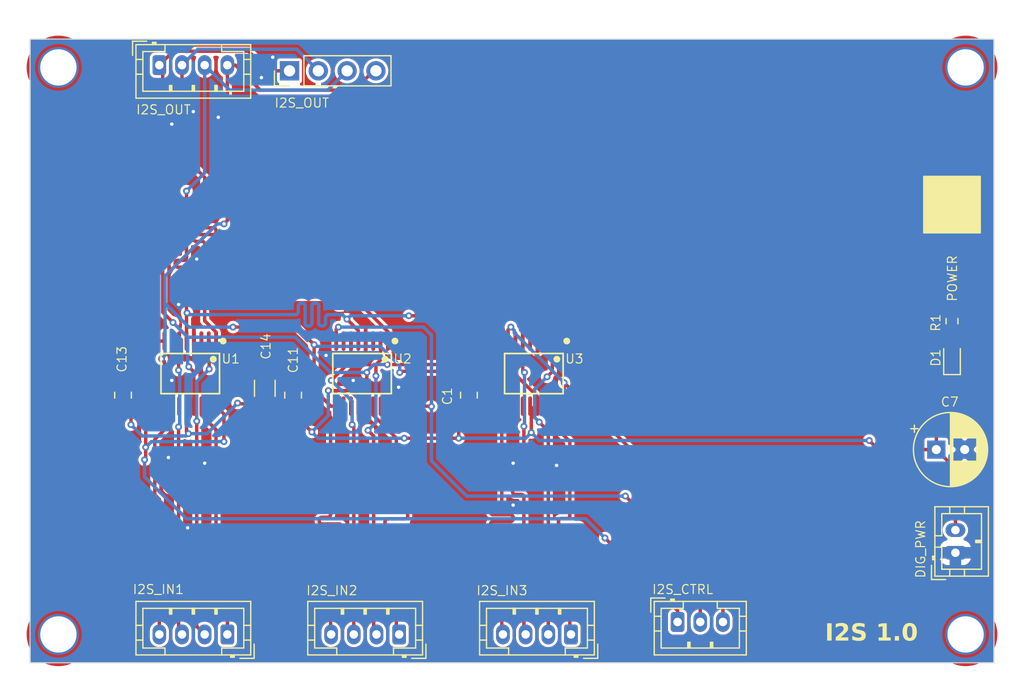
<source format=kicad_pcb>
(kicad_pcb (version 20240108) (generator "pcbnew") (generator_version "8.0")
  (layers (0 "F.Cu" signal) (31 "B.Cu" signal) (34 "B.Paste" user) (35 "F.Paste" user) (36 "B.SilkS" user "B.Silkscreen") (37 "F.SilkS" user "F.Silkscreen") (38 "B.Mask" user) (39 "F.Mask" user) (44 "Edge.Cuts" user))
  (net 0 "")
  (net 1 "GND")
  (net 2 "I2S1_DATA")
  (net 3 "I2S1_LRCLK")
  (net 4 "I2S1_BCLK")
  (net 5 "I2S1_MCLK")
  (net 6 "I2S2_MCLK")
  (net 7 "I2S2_DATA")
  (net 8 "I2S2_BCLK")
  (net 9 "3V3")
  (net 10 "I2S2_LRCLK")
  (net 11 "I2S3_LRCLK")
  (net 12 "I2S3_DATA")
  (net 13 "I2S3_MCLK")
  (net 14 "I2S3_BCLK")
  (net 15 "I2S_DATA_OUT")
  (net 16 "I2S_MCLK_OUT")
  (net 17 "I2S2_LRCLK_OUT")
  (net 18 "I2S_BCLK_OUT")
  (net 31 "CONTROL1")
  (net 32 "CONTROL2")
  (net 33 "CONTROL3")
  (net 34 "Net-(D1-A)")
  (footprint "Capacitor_SMD:C_0805_2012Metric_Pad1.18x1.45mm_HandSolder" (layer "F.Cu") (at 94.6364 92.565 90)
    (property "Reference" "C13")
    (property "Value" "0.1u")
  )
  (footprint "MountingHole:MountingHole_3.2mm_M3_DIN965_Pad_TopOnly" (layer "F.Cu") (at 168.9364 113.665)
    (property "Reference" "H4" (hide yes))
    (property "Value" "MountingHole")
  )
  (footprint "Connector_JST:JST_PH_B3B-PH-K_1x03_P2.00mm_Vertical" (layer "F.Cu") (at 143.5364 112.565)
    (property "Reference" "J5" (hide yes))
    (property "Value" "Conn_01x03_Pin")
  )
  (footprint "easyeda2kicad:TSSOP-16_L5.0-W4.4-P0.65-LS6.4-BL" (layer "F.Cu") (at 130.8639 90.665 180)
    (property "Reference" "U3")
    (property "Value" "TS3A44159PWR")
  )
  (footprint "Connector_PinHeader_2.54mm:PinHeader_1x04_P2.54mm_Vertical" (layer "F.Cu") (at 109.3164 63.965 90)
    (property "Reference" "J3" (hide yes))
    (property "Value" "Conn_01x04_Pin")
  )
  (footprint "Connector_JST:JST_PH_B4B-PH-K_1x04_P2.00mm_Vertical" (layer "F.Cu") (at 103.8364 113.665 180)
    (property "Reference" "J1" (hide yes))
    (property "Value" "Conn_01x04_Pin")
  )
  (footprint "Capacitor_THT:CP_Radial_D6.3mm_P2.50mm" (layer "F.Cu") (at 166.354 97.365)
    (property "Reference" "C7")
    (property "Value" "470u")
  )
  (footprint "MountingHole:MountingHole_3.2mm_M3_DIN965_Pad_TopOnly" (layer "F.Cu") (at 88.9364 63.665)
    (property "Reference" "H1" (hide yes))
    (property "Value" "MountingHole")
  )
  (footprint "Connector_JST:JST_PH_B4B-PH-K_1x04_P2.00mm_Vertical" (layer "F.Cu") (at 97.8364 63.465)
    (property "Reference" "J8" (hide yes))
    (property "Value" "Conn_01x04_Pin")
  )
  (footprint "Connector_JST:JST_PH_B4B-PH-K_1x04_P2.00mm_Vertical" (layer "F.Cu") (at 118.9864 113.665 180)
    (property "Reference" "J9" (hide yes))
    (property "Value" "Conn_01x04_Pin")
  )
  (footprint "Connector_JST:JST_PH_B4B-PH-K_1x04_P2.00mm_Vertical" (layer "F.Cu") (at 134.1364 113.665 180)
    (property "Reference" "J4" (hide yes))
    (property "Value" "Conn_01x04_Pin")
  )
  (footprint "Capacitor_SMD:C_1206_3216Metric_Pad1.33x1.80mm_HandSolder" (layer "F.Cu") (at 107.1364 91.965 90)
    (property "Reference" "C14")
    (property "Value" "10u")
  )
  (footprint "LED_SMD:LED_0603_1608Metric" (layer "F.Cu") (at 167.7364 89.265 90)
    (property "Reference" "D1")
    (property "Value" "BLUE")
  )
  (footprint "Resistor_SMD:R_0603_1608Metric" (layer "F.Cu") (at 167.7364 86.04 -90)
    (property "Reference" "R1")
    (property "Value" "150R")
  )
  (footprint "Capacitor_SMD:C_0805_2012Metric_Pad1.18x1.45mm_HandSolder" (layer "F.Cu") (at 109.6364 92.565 90)
    (property "Reference" "C11")
    (property "Value" "0.1u")
  )
  (footprint "easyeda2kicad:TSSOP-16_L5.0-W4.4-P0.65-LS6.4-BL" (layer "F.Cu") (at 100.5639 90.665 180)
    (property "Reference" "U1")
    (property "Value" "TS3A44159PWR")
  )
  (footprint "Capacitor_SMD:C_0805_2012Metric_Pad1.18x1.45mm_HandSolder" (layer "F.Cu") (at 125.1364 92.565 90)
    (property "Reference" "C1")
    (property "Value" "0.1u")
  )
  (footprint "MountingHole:MountingHole_3.2mm_M3_DIN965_Pad_TopOnly" (layer "F.Cu") (at 88.9364 113.665)
    (property "Reference" "H3" (hide yes))
    (property "Value" "MountingHole")
  )
  (footprint "Connector_JST:JST_PH_B2B-PH-K_1x02_P2.00mm_Vertical" (layer "F.Cu") (at 168.0364 106.465 90)
    (property "Reference" "J2" (hide yes))
    (property "Value" "Conn_01x02_Male")
  )
  (footprint "MountingHole:MountingHole_3.2mm_M3_DIN965_Pad_TopOnly" (layer "F.Cu") (at 168.9364 63.665)
    (property "Reference" "H2" (hide yes))
    (property "Value" "MountingHole")
  )
  (footprint "easyeda2kicad:TSSOP-16_L5.0-W4.4-P0.65-LS6.4-BL" (layer "F.Cu") (at 115.7139 90.665 180)
    (property "Reference" "U2")
    (property "Value" "TS3A44159PWR")
  )
  (gr_rect (start 165.2364 73.265) (end 170.2364 78.265) (stroke (width 0.1)) (fill solid) (layer "F.SilkS"))
  (gr_line (start 171.4364 61.165) (end 171.4364 116.165) (stroke (width 0.1)) (layer "Edge.Cuts"))
  (gr_line (start 86.4364 61.165) (end 86.4364 116.165) (stroke (width 0.1)) (layer "Edge.Cuts"))
  (gr_line (start 171.4364 116.165) (end 86.4364 116.165) (stroke (width 0.1)) (layer "Edge.Cuts"))
  (gr_line (start 86.4364 61.165) (end 171.4364 61.165) (stroke (width 0.1)) (layer "Edge.Cuts"))
  (gr_text "I2S_OUT" (at 95.7364 67.865 0) (layer "F.SilkS") (effects (font (size 0.8 0.8) (thickness 0.1)) (justify left bottom)))
  (gr_text "I2S_IN2" (at 110.7364 110.265 0) (layer "F.SilkS") (effects (font (size 0.8 0.8) (thickness 0.1)) (justify left bottom)))
  (gr_text "I2S_IN3" (at 125.7364 110.265 0) (layer "F.SilkS") (effects (font (size 0.8 0.8) (thickness 0.1)) (justify left bottom)))
  (gr_text "I2S_OUT" (at 107.9364 67.265 0) (layer "F.SilkS") (effects (font (size 0.8 0.8) (thickness 0.1)) (justify left bottom)))
  (gr_text "I2S_IN1" (at 95.4364 110.165 0) (layer "F.SilkS") (effects (font (size 0.8 0.8) (thickness 0.1)) (justify left bottom)))
  (gr_text "DIG_PWR" (at 165.4364 108.765 90) (layer "F.SilkS") (effects (font (size 0.8 0.8) (thickness 0.1)) (justify left bottom)))
  (gr_text "POWER" (at 168.2364 84.3775 90) (layer "F.SilkS") (effects (font (size 0.8 0.8) (thickness 0.1)) (justify left bottom)))
  (gr_text "I2S 1.0" (at 164.7364 114.465 0) (layer "F.SilkS") (effects (font (size 1.5 1.5) (thickness 0.1) (bold yes)) (justify right bottom)))
  (gr_text "I2S_CTRL" (at 141.2364 110.165 0) (layer "F.SilkS") (effects (font (size 0.8 0.8) (thickness 0.1)) (justify left bottom)))
  (via (at 114.9364 91.265) (size 0.6) (drill 0.3) (layers "F.Cu" "B.Cu") (net 1))
  (via (at 99.5364 84.565) (size 0.6) (drill 0.3) (layers "F.Cu" "B.Cu") (net 1))
  (via (at 112.5364 89.065) (size 0.6) (drill 0.3) (layers "F.Cu" "B.Cu") (net 1))
  (via (at 132.864141 98.760113) (size 0.6) (drill 0.3) (layers "F.Cu" "B.Cu") (net 1))
  (via (at 129.0364 98.565) (size 0.6) (drill 0.3) (layers "F.Cu" "B.Cu") (net 1))
  (via (at 100.8364 67.565) (size 0.6) (drill 0.3) (layers "F.Cu" "B.Cu") (net 1))
  (via (at 101.1364 80.565) (size 0.6) (drill 0.3) (layers "F.Cu" "B.Cu") (net 1))
  (via (at 107.8364 62.765) (size 0.6) (drill 0.3) (layers "F.Cu" "B.Cu") (net 1))
  (via (at 98.9364 91.265) (size 0.6) (drill 0.3) (layers "F.Cu" "B.Cu") (net 1))
  (via (at 98.9364 68.665) (size 0.6) (drill 0.3) (layers "F.Cu" "B.Cu") (net 1))
  (via (at 103.0364 68.065) (size 0.6) (drill 0.3) (layers "F.Cu" "B.Cu") (net 1))
  (via (at 106.8364 64.565) (size 0.6) (drill 0.3) (layers "F.Cu" "B.Cu") (net 1))
  (via (at 129.0364 102.265) (size 0.6) (drill 0.3) (layers "F.Cu" "B.Cu") (net 1))
  (via (at 98.6364 98.065) (size 0.6) (drill 0.3) (layers "F.Cu" "B.Cu") (net 1))
  (via (at 118.9364 91.865) (size 0.6) (drill 0.3) (layers "F.Cu" "B.Cu") (net 1))
  (via (at 100.3364 104.265) (size 0.6) (drill 0.3) (layers "F.Cu" "B.Cu") (net 1))
  (via (at 101.8364 98.565) (size 0.6) (drill 0.3) (layers "F.Cu" "B.Cu") (net 1))
  (segment (start 97.8364 101.75039) (end 97.4364 101.35039) (width 0.3) (layer "F.Cu") (net 2))
  (segment (start 97.8364 102.544986) (end 97.8364 102.424986) (width 0.3) (layer "F.Cu") (net 2))
  (segment (start 97.5964 103.384986) (end 97.0764 103.384986) (width 0.3) (layer "F.Cu") (net 2))
  (segment (start 97.8364 103.984986) (end 98.5964 103.984986) (width 0.3) (layer "F.Cu") (net 2))
  (segment (start 97.4364 101.35039) (end 97.4364 96.47255) (width 0.3) (layer "F.Cu") (net 2))
  (segment (start 96.8364 104.344986) (end 96.8364 104.224986) (width 0.3) (layer "F.Cu") (net 2))
  (segment (start 98.5964 103.384986) (end 97.8364 103.384986) (width 0.3) (layer "F.Cu") (net 2))
  (segment (start 98.8364 103.744986) (end 98.8364 103.624986) (width 0.3) (layer "F.Cu") (net 2))
  (segment (start 97.4364 96.47255) (end 98.9339 94.97505) (width 0.3) (layer "F.Cu") (net 2))
  (segment (start 97.8364 102.424986) (end 97.8364 101.75039) (width 0.3) (layer "F.Cu") (net 2))
  (segment (start 97.0764 103.984986) (end 97.8364 103.984986) (width 0.3) (layer "F.Cu") (net 2))
  (segment (start 97.5964 105.184986) (end 97.8364 105.184986) (width 0.3) (layer "F.Cu") (net 2))
  (segment (start 97.0764 102.784986) (end 97.5964 102.784986) (width 0.3) (layer "F.Cu") (net 2))
  (segment (start 98.5964 104.584986) (end 97.8364 104.584986) (width 0.3) (layer "F.Cu") (net 2))
  (segment (start 96.8364 105.544986) (end 96.8364 105.424986) (width 0.3) (layer "F.Cu") (net 2))
  (segment (start 97.8364 103.384986) (end 97.5964 103.384986) (width 0.3) (layer "F.Cu") (net 2))
  (segment (start 97.8364 113.665) (end 97.8364 106.024986) (width 0.3) (layer "F.Cu") (net 2))
  (segment (start 98.9339 94.97505) (end 98.9339 93.535) (width 0.3) (layer "F.Cu") (net 2))
  (segment (start 98.8364 104.944986) (end 98.8364 104.824986) (width 0.3) (layer "F.Cu") (net 2))
  (segment (start 97.8364 105.184986) (end 98.5964 105.184986) (width 0.3) (layer "F.Cu") (net 2))
  (segment (start 97.5964 105.784986) (end 97.0764 105.784986) (width 0.3) (layer "F.Cu") (net 2))
  (segment (start 97.0764 105.184986) (end 97.5964 105.184986) (width 0.3) (layer "F.Cu") (net 2))
  (segment (start 96.8364 103.144986) (end 96.8364 103.024986) (width 0.3) (layer "F.Cu") (net 2))
  (segment (start 97.8364 104.584986) (end 97.0764 104.584986) (width 0.3) (layer "F.Cu") (net 2))
  (arc (start 98.5964 105.184986) (mid 98.766106 105.114692) (end 98.8364 104.944986) (width 0.3) (layer "F.Cu") (net 2))
  (arc (start 97.5964 102.784986) (mid 97.766106 102.714692) (end 97.8364 102.544986) (width 0.3) (layer "F.Cu") (net 2))
  (arc (start 96.8364 105.424986) (mid 96.906694 105.25528) (end 97.0764 105.184986) (width 0.3) (layer "F.Cu") (net 2))
  (arc (start 97.8364 106.024986) (mid 97.766106 105.85528) (end 97.5964 105.784986) (width 0.3) (layer "F.Cu") (net 2))
  (arc (start 96.8364 103.024986) (mid 96.906694 102.85528) (end 97.0764 102.784986) (width 0.3) (layer "F.Cu") (net 2))
  (arc (start 98.8364 103.624986) (mid 98.766106 103.45528) (end 98.5964 103.384986) (width 0.3) (layer "F.Cu") (net 2))
  (arc (start 96.8364 104.224986) (mid 96.906694 104.05528) (end 97.0764 103.984986) (width 0.3) (layer "F.Cu") (net 2))
  (arc (start 97.0764 103.384986) (mid 96.906694 103.314692) (end 96.8364 103.144986) (width 0.3) (layer "F.Cu") (net 2))
  (arc (start 97.0764 105.784986) (mid 96.906694 105.714692) (end 96.8364 105.544986) (width 0.3) (layer "F.Cu") (net 2))
  (arc (start 97.0764 104.584986) (mid 96.906694 104.514692) (end 96.8364 104.344986) (width 0.3) (layer "F.Cu") (net 2))
  (arc (start 98.8364 104.824986) (mid 98.766106 104.65528) (end 98.5964 104.584986) (width 0.3) (layer "F.Cu") (net 2))
  (arc (start 98.5964 103.984986) (mid 98.766106 103.914692) (end 98.8364 103.744986) (width 0.3) (layer "F.Cu") (net 2))
  (segment (start 99.5364 87.8425) (end 99.5839 87.795) (width 0.3) (layer "F.Cu") (net 3))
  (segment (start 99.5339 99.463977) (end 99.5339 95.365) (width 0.3) (layer "F.Cu") (net 3))
  (segment (start 99.5339 99.953934) (end 99.5339 99.463977) (width 0.3) (layer "F.Cu") (net 3))
  (segment (start 98.5339 100.673934) (end 98.5339 100.553934) (width 0.3) (layer "F.Cu") (net 3))
  (segment (start 99.5339 100.073934) (end 99.5339 99.953934) (width 0.3) (layer "F.Cu") (net 3))
  (segment (start 98.7739 100.313934) (end 99.2939 100.313934) (width 0.3) (layer "F.Cu") (net 3))
  (segment (start 99.5339 113.3625) (end 99.5339 101.153934) (width 0.3) (layer "F.Cu") (net 3))
  (segment (start 99.5364 90.365) (end 99.5364 87.8425) (width 0.3) (layer "F.Cu") (net 3))
  (segment (start 99.2939 100.913934) (end 98.7739 100.913934) (width 0.3) (layer "F.Cu") (net 3))
  (via (at 99.5364 90.365) (size 0.6) (drill 0.3) (layers "F.Cu" "B.Cu") (net 3))
  (via (at 99.5339 95.365) (size 0.6) (drill 0.3) (layers "F.Cu" "B.Cu") (net 3))
  (arc (start 99.5339 101.153934) (mid 99.463606 100.984228) (end 99.2939 100.913934) (width 0.3) (layer "F.Cu") (net 3))
  (arc (start 98.7739 100.913934) (mid 98.604194 100.84364) (end 98.5339 100.673934) (width 0.3) (layer "F.Cu") (net 3))
  (arc (start 99.2939 100.313934) (mid 99.463606 100.24364) (end 99.5339 100.073934) (width 0.3) (layer "F.Cu") (net 3))
  (arc (start 98.5339 100.553934) (mid 98.604194 100.384228) (end 98.7739 100.313934) (width 0.3) (layer "F.Cu") (net 3))
  (segment (start 99.6364 95.2625) (end 99.5339 95.365) (width 0.3) (layer "B.Cu") (net 3))
  (segment (start 99.5364 90.365) (end 99.6364 90.465) (width 0.3) (layer "B.Cu") (net 3))
  (segment (start 99.6364 90.465) (end 99.6364 95.2625) (width 0.3) (layer "B.Cu") (net 3))
  (segment (start 102.2364 87.8375) (end 102.1939 87.795) (width 0.3) (layer "F.Cu") (net 4))
  (segment (start 101.1364 112.965) (end 101.1364 94.865) (width 0.3) (layer "F.Cu") (net 4))
  (segment (start 101.8364 113.665) (end 101.1364 112.965) (width 0.3) (layer "F.Cu") (net 4))
  (segment (start 102.2364 90.265) (end 102.2364 87.8375) (width 0.3) (layer "F.Cu") (net 4))
  (via (at 102.2364 90.265) (size 0.6) (drill 0.3) (layers "F.Cu" "B.Cu") (net 4))
  (via (at 101.1364 94.865) (size 0.6) (drill 0.3) (layers "F.Cu" "B.Cu") (net 4))
  (segment (start 101.1364 94.865) (end 101.1364 91.365) (width 0.3) (layer "B.Cu") (net 4))
  (segment (start 101.1364 91.365) (end 102.2364 90.265) (width 0.3) (layer "B.Cu") (net 4))
  (segment (start 101.8364 104.636125) (end 101.8364 104.516125) (width 0.3) (layer "F.Cu") (net 5))
  (segment (start 102.8364 106.676125) (end 103.5964 106.676125) (width 0.3) (layer "F.Cu") (net 5))
  (segment (start 103.8364 112.265) (end 102.8364 111.265) (width 0.3) (layer "F.Cu") (net 5))
  (segment (start 101.8364 105.836125) (end 101.8364 105.716125) (width 0.3) (layer "F.Cu") (net 5))
  (segment (start 103.8364 106.436125) (end 103.8364 106.316125) (width 0.3) (layer "F.Cu") (net 5))
  (segment (start 101.5439 94.315391) (end 101.5439 93.535) (width 0.3) (layer "F.Cu") (net 5))
  (segment (start 102.8364 104.036125) (end 102.8364 103.916125) (width 0.3) (layer "F.Cu") (net 5))
  (segment (start 102.5964 104.876125) (end 102.0764 104.876125) (width 0.3) (layer "F.Cu") (net 5))
  (segment (start 102.0764 104.276125) (end 102.5964 104.276125) (width 0.3) (layer "F.Cu") (net 5))
  (segment (start 102.5964 106.676125) (end 102.8364 106.676125) (width 0.3) (layer "F.Cu") (net 5))
  (segment (start 102.8364 95.607891) (end 101.5439 94.315391) (width 0.3) (layer "F.Cu") (net 5))
  (segment (start 102.0764 106.676125) (end 102.5964 106.676125) (width 0.3) (layer "F.Cu") (net 5))
  (segment (start 102.0764 105.476125) (end 102.8364 105.476125) (width 0.3) (layer "F.Cu") (net 5))
  (segment (start 102.8364 111.265) (end 102.8364 107.516125) (width 0.3) (layer "F.Cu") (net 5))
  (segment (start 102.8364 103.916125) (end 102.8364 103.241528) (width 0.3) (layer "F.Cu") (net 5))
  (segment (start 102.5964 107.276125) (end 102.0764 107.276125) (width 0.3) (layer "F.Cu") (net 5))
  (segment (start 103.5964 106.076125) (end 102.8364 106.076125) (width 0.3) (layer "F.Cu") (net 5))
  (segment (start 102.8364 106.076125) (end 102.0764 106.076125) (width 0.3) (layer "F.Cu") (net 5))
  (segment (start 103.5964 104.876125) (end 102.8364 104.876125) (width 0.3) (layer "F.Cu") (net 5))
  (segment (start 101.8364 107.036125) (end 101.8364 106.916125) (width 0.3) (layer "F.Cu") (net 5))
  (segment (start 103.8364 113.665) (end 103.8364 112.265) (width 0.3) (layer "F.Cu") (net 5))
  (segment (start 102.8364 105.476125) (end 103.5964 105.476125) (width 0.3) (layer "F.Cu") (net 5))
  (segment (start 103.8364 105.236125) (end 103.8364 105.116125) (width 0.3) (layer "F.Cu") (net 5))
  (segment (start 102.8364 103.241528) (end 102.8364 95.607891) (width 0.3) (layer "F.Cu") (net 5))
  (segment (start 102.8364 104.876125) (end 102.5964 104.876125) (width 0.3) (layer "F.Cu") (net 5))
  (arc (start 102.8364 107.516125) (mid 102.766106 107.346419) (end 102.5964 107.276125) (width 0.3) (layer "F.Cu") (net 5))
  (arc (start 102.0764 106.076125) (mid 101.906694 106.005831) (end 101.8364 105.836125) (width 0.3) (layer "F.Cu") (net 5))
  (arc (start 103.5964 105.476125) (mid 103.766106 105.405831) (end 103.8364 105.236125) (width 0.3) (layer "F.Cu") (net 5))
  (arc (start 101.8364 104.516125) (mid 101.906694 104.346419) (end 102.0764 104.276125) (width 0.3) (layer "F.Cu") (net 5))
  (arc (start 102.0764 104.876125) (mid 101.906694 104.805831) (end 101.8364 104.636125) (width 0.3) (layer "F.Cu") (net 5))
  (arc (start 103.5964 106.676125) (mid 103.766106 106.605831) (end 103.8364 106.436125) (width 0.3) (layer "F.Cu") (net 5))
  (arc (start 102.5964 104.276125) (mid 102.766106 104.205831) (end 102.8364 104.036125) (width 0.3) (layer "F.Cu") (net 5))
  (arc (start 102.0764 107.276125) (mid 101.906694 107.205831) (end 101.8364 107.036125) (width 0.3) (layer "F.Cu") (net 5))
  (arc (start 101.8364 106.916125) (mid 101.906694 106.746419) (end 102.0764 106.676125) (width 0.3) (layer "F.Cu") (net 5))
  (arc (start 103.8364 106.316125) (mid 103.766106 106.146419) (end 103.5964 106.076125) (width 0.3) (layer "F.Cu") (net 5))
  (arc (start 103.8364 105.116125) (mid 103.766106 104.946419) (end 103.5964 104.876125) (width 0.3) (layer "F.Cu") (net 5))
  (arc (start 101.8364 105.716125) (mid 101.906694 105.546419) (end 102.0764 105.476125) (width 0.3) (layer "F.Cu") (net 5))
  (segment (start 118.7364 102.038985) (end 118.7364 101.918985) (width 0.3) (layer "F.Cu") (net 6))
  (segment (start 119.4964 102.878985) (end 118.7364 102.878985) (width 0.3) (layer "F.Cu") (net 6))
  (segment (start 117.7364 102.638985) (end 117.7364 102.518985) (width 0.3) (layer "F.Cu") (net 6))
  (segment (start 116.6939 94.315391) (end 116.6939 93.535) (width 0.3) (layer "F.Cu") (net 6))
  (segment (start 117.7364 103.838985) (end 117.7364 103.718985) (width 0.3) (layer "F.Cu") (net 6))
  (segment (start 117.9764 102.278985) (end 118.4964 102.278985) (width 0.3) (layer "F.Cu") (net 6))
  (segment (start 119.7364 103.238985) (end 119.7364 103.118985) (width 0.3) (layer "F.Cu") (net 6))
  (segment (start 118.7364 104.078985) (end 117.9764 104.078985) (width 0.3) (layer "F.Cu") (net 6))
  (segment (start 118.4964 104.678985) (end 118.7364 104.678985) (width 0.3) (layer "F.Cu") (net 6))
  (segment (start 118.4964 105.278985) (end 117.9764 105.278985) (width 0.3) (layer "F.Cu") (net 6))
  (segment (start 117.9764 103.478985) (end 118.7364 103.478985) (width 0.3) (layer "F.Cu") (net 6))
  (segment (start 118.7364 96.357891) (end 116.6939 94.315391) (width 0.3) (layer "F.Cu") (net 6))
  (segment (start 118.7364 101.918985) (end 118.7364 101.205635) (width 0.3) (layer "F.Cu") (net 6))
  (segment (start 117.7364 105.038985) (end 117.7364 104.918985) (width 0.3) (layer "F.Cu") (net 6))
  (segment (start 118.4964 102.878985) (end 117.9764 102.878985) (width 0.3) (layer "F.Cu") (net 6))
  (segment (start 118.7364 103.478985) (end 119.4964 103.478985) (width 0.3) (layer "F.Cu") (net 6))
  (segment (start 119.7364 104.438985) (end 119.7364 104.318985) (width 0.3) (layer "F.Cu") (net 6))
  (segment (start 119.4964 104.078985) (end 118.7364 104.078985) (width 0.3) (layer "F.Cu") (net 6))
  (segment (start 118.7364 101.205635) (end 118.7364 96.357891) (width 0.3) (layer "F.Cu") (net 6))
  (segment (start 118.7364 113.415) (end 118.7364 105.518985) (width 0.3) (layer "F.Cu") (net 6))
  (segment (start 118.7364 104.678985) (end 119.4964 104.678985) (width 0.3) (layer "F.Cu") (net 6))
  (segment (start 117.9764 104.678985) (end 118.4964 104.678985) (width 0.3) (layer "F.Cu") (net 6))
  (segment (start 118.7364 102.878985) (end 118.4964 102.878985) (width 0.3) (layer "F.Cu") (net 6))
  (arc (start 117.9764 104.078985) (mid 117.806694 104.008691) (end 117.7364 103.838985) (width 0.3) (layer "F.Cu") (net 6))
  (arc (start 119.7364 104.318985) (mid 119.666106 104.149279) (end 119.4964 104.078985) (width 0.3) (layer "F.Cu") (net 6))
  (arc (start 117.9764 105.278985) (mid 117.806694 105.208691) (end 117.7364 105.038985) (width 0.3) (layer "F.Cu") (net 6))
  (arc (start 119.4964 104.678985) (mid 119.666106 104.608691) (end 119.7364 104.438985) (width 0.3) (layer "F.Cu") (net 6))
  (arc (start 118.4964 102.278985) (mid 118.666106 102.208691) (end 118.7364 102.038985) (width 0.3) (layer "F.Cu") (net 6))
  (arc (start 117.7364 104.918985) (mid 117.806694 104.749279) (end 117.9764 104.678985) (width 0.3) (layer "F.Cu") (net 6))
  (arc (start 117.7364 103.718985) (mid 117.806694 103.549279) (end 117.9764 103.478985) (width 0.3) (layer "F.Cu") (net 6))
  (arc (start 119.7364 103.118985) (mid 119.666106 102.949279) (end 119.4964 102.878985) (width 0.3) (layer "F.Cu") (net 6))
  (arc (start 118.7364 105.518985) (mid 118.666106 105.349279) (end 118.4964 105.278985) (width 0.3) (layer "F.Cu") (net 6))
  (arc (start 117.9764 102.878985) (mid 117.806694 102.808691) (end 117.7364 102.638985) (width 0.3) (layer "F.Cu") (net 6))
  (arc (start 117.7364 102.518985) (mid 117.806694 102.349279) (end 117.9764 102.278985) (width 0.3) (layer "F.Cu") (net 6))
  (arc (start 119.4964 103.478985) (mid 119.666106 103.408691) (end 119.7364 103.238985) (width 0.3) (layer "F.Cu") (net 6))
  (segment (start 112.9364 113.615) (end 112.9364 106.568178) (width 0.3) (layer "F.Cu") (net 7))
  (segment (start 113.6964 103.928178) (end 112.9364 103.928178) (width 0.3) (layer "F.Cu") (net 7))
  (segment (start 112.1764 105.728178) (end 112.6964 105.728178) (width 0.3) (layer "F.Cu") (net 7))
  (segment (start 112.9364 102.968178) (end 112.9364 102.604559) (width 0.3) (layer "F.Cu") (net 7))
  (segment (start 112.9364 105.128178) (end 112.1764 105.128178) (width 0.3) (layer "F.Cu") (net 7))
  (segment (start 113.9364 105.488178) (end 113.9364 105.368178) (width 0.3) (layer "F.Cu") (net 7))
  (segment (start 111.9364 106.088178) (end 111.9364 105.968178) (width 0.3) (layer "F.Cu") (net 7))
  (segment (start 112.9364 103.928178) (end 112.6964 103.928178) (width 0.3) (layer "F.Cu") (net 7))
  (segment (start 112.9364 103.088178) (end 112.9364 102.968178) (width 0.3) (layer "F.Cu") (net 7))
  (segment (start 112.1764 103.328178) (end 112.6964 103.328178) (width 0.3) (layer "F.Cu") (net 7))
  (segment (start 112.9364 105.728178) (end 113.6964 105.728178) (width 0.3) (layer "F.Cu") (net 7))
  (segment (start 111.9364 103.688178) (end 111.9364 103.568178) (width 0.3) (layer "F.Cu") (net 7))
  (segment (start 112.9364 102.604559) (end 112.9364 95.462891) (width 0.3) (layer "F.Cu") (net 7))
  (segment (start 111.9364 104.888178) (end 111.9364 104.768178) (width 0.3) (layer "F.Cu") (net 7))
  (segment (start 114.0839 94.315391) (end 114.0839 93.535) (width 0.3) (layer "F.Cu") (net 7))
  (segment (start 112.9364 95.462891) (end 114.0839 94.315391) (width 0.3) (layer "F.Cu") (net 7))
  (segment (start 112.9364 104.528178) (end 113.6964 104.528178) (width 0.3) (layer "F.Cu") (net 7))
  (segment (start 112.9864 113.665) (end 112.9364 113.615) (width 0.3) (layer "F.Cu") (net 7))
  (segment (start 113.6964 105.128178) (end 112.9364 105.128178) (width 0.3) (layer "F.Cu") (net 7))
  (segment (start 112.6964 106.328178) (end 112.1764 106.328178) (width 0.3) (layer "F.Cu") (net 7))
  (segment (start 112.6964 103.928178) (end 112.1764 103.928178) (width 0.3) (layer "F.Cu") (net 7))
  (segment (start 113.9364 104.288178) (end 113.9364 104.168178) (width 0.3) (layer "F.Cu") (net 7))
  (segment (start 112.6964 105.728178) (end 112.9364 105.728178) (width 0.3) (layer "F.Cu") (net 7))
  (segment (start 112.1764 104.528178) (end 112.9364 104.528178) (width 0.3) (layer "F.Cu") (net 7))
  (arc (start 111.9364 105.968178) (mid 112.006694 105.798472) (end 112.1764 105.728178) (width 0.3) (layer "F.Cu") (net 7))
  (arc (start 112.1764 106.328178) (mid 112.006694 106.257884) (end 111.9364 106.088178) (width 0.3) (layer "F.Cu") (net 7))
  (arc (start 113.6964 105.728178) (mid 113.866106 105.657884) (end 113.9364 105.488178) (width 0.3) (layer "F.Cu") (net 7))
  (arc (start 111.9364 103.568178) (mid 112.006694 103.398472) (end 112.1764 103.328178) (width 0.3) (layer "F.Cu") (net 7))
  (arc (start 112.6964 103.328178) (mid 112.866106 103.257884) (end 112.9364 103.088178) (width 0.3) (layer "F.Cu") (net 7))
  (arc (start 113.6964 104.528178) (mid 113.866106 104.457884) (end 113.9364 104.288178) (width 0.3) (layer "F.Cu") (net 7))
  (arc (start 112.1764 103.928178) (mid 112.006694 103.857884) (end 111.9364 103.688178) (width 0.3) (layer "F.Cu") (net 7))
  (arc (start 112.1764 105.128178) (mid 112.006694 105.057884) (end 111.9364 104.888178) (width 0.3) (layer "F.Cu") (net 7))
  (arc (start 111.9364 104.768178) (mid 112.006694 104.598472) (end 112.1764 104.528178) (width 0.3) (layer "F.Cu") (net 7))
  (arc (start 113.9364 105.368178) (mid 113.866106 105.198472) (end 113.6964 105.128178) (width 0.3) (layer "F.Cu") (net 7))
  (arc (start 112.9364 106.568178) (mid 112.866106 106.398472) (end 112.6964 106.328178) (width 0.3) (layer "F.Cu") (net 7))
  (arc (start 113.9364 104.168178) (mid 113.866106 103.998472) (end 113.6964 103.928178) (width 0.3) (layer "F.Cu") (net 7))
  (segment (start 117.3439 87.795) (end 117.3439 89.46755) (width 0.3) (layer "F.Cu") (net 8))
  (segment (start 116.9364 89.87505) (end 116.9364 90.864994) (width 0.3) (layer "F.Cu") (net 8))
  (segment (start 117.3439 89.46755) (end 116.9364 89.87505) (width 0.3) (layer "F.Cu") (net 8))
  (segment (start 116.7364 96.165) (end 116.236399 95.664999) (width 0.3) (layer "F.Cu") (net 8))
  (segment (start 116.7364 113.415) (end 116.7364 96.165) (width 0.3) (layer "F.Cu") (net 8))
  (via (at 116.236399 95.664999) (size 0.6) (drill 0.3) (layers "F.Cu" "B.Cu") (net 8))
  (via (at 116.9364 90.864994) (size 0.6) (drill 0.3) (layers "F.Cu" "B.Cu") (net 8))
  (segment (start 116.9364 94.964998) (end 116.9364 90.864994) (width 0.3) (layer "B.Cu") (net 8))
  (segment (start 116.236399 95.664999) (end 116.9364 94.964998) (width 0.3) (layer "B.Cu") (net 8))
  (segment (start 166.354 86.5974) (end 166.354 97.365) (width 0.3) (layer "F.Cu") (net 9))
  (segment (start 166.354 97.365) (end 161.2364 97.365) (width 0.3) (layer "F.Cu") (net 9))
  (segment (start 95.3364 95.165) (end 95.3364 94.3025) (width 0.3) (layer "F.Cu") (net 9))
  (segment (start 167.7364 85.215) (end 166.354 86.5974) (width 0.3) (layer "F.Cu") (net 9))
  (segment (start 124.2364 94.265) (end 124.2364 96.365) (width 0.3) (layer "F.Cu") (net 9))
  (segment (start 168.0364 104.465) (end 168.0364 99.0474) (width 0.3) (layer "F.Cu") (net 9))
  (segment (start 107.1364 93.3275) (end 109.7614 93.3275) (width 0.3) (layer "F.Cu") (net 9))
  (segment (start 107.1364 93.3275) (end 104.7989 93.3275) (width 0.3) (layer "F.Cu") (net 9))
  (segment (start 100.2339 93.535) (end 100.2339 95.799787) (width 0.3) (layer "F.Cu") (net 9))
  (segment (start 115.0364 92.165) (end 112.7364 92.165) (width 0.3) (layer "F.Cu") (net 9))
  (segment (start 130.6364 93.6375) (end 130.5339 93.535) (width 0.3) (layer "F.Cu") (net 9))
  (segment (start 109.8364 93.4025) (end 109.8364 94.365) (width 0.3) (layer "F.Cu") (net 9))
  (segment (start 100.2339 95.799787) (end 100.399113 95.965) (width 0.3) (layer "F.Cu") (net 9))
  (segment (start 168.0364 99.0474) (end 166.354 97.365) (width 0.3) (layer "F.Cu") (net 9))
  (segment (start 124.9989 93.5025) (end 124.2364 94.265) (width 0.3) (layer "F.Cu") (net 9))
  (segment (start 95.3364 94.3025) (end 94.6364 93.6025) (width 0.3) (layer "F.Cu") (net 9))
  (segment (start 115.3839 92.5125) (end 115.3839 93.535) (width 0.3) (layer "F.Cu") (net 9))
  (segment (start 104.7989 93.3275) (end 104.7364 93.265) (width 0.3) (layer "F.Cu") (net 9))
  (segment (start 161.2364 97.365) (end 160.4364 96.565) (width 0.3) (layer "F.Cu") (net 9))
  (segment (start 109.8364 94.365) (end 111.2864 95.815) (width 0.3) (layer "F.Cu") (net 9))
  (segment (start 115.0364 92.165) (end 115.3839 92.5125) (width 0.3) (layer "F.Cu") (net 9))
  (segment (start 130.6364 95.865) (end 130.6364 93.6375) (width 0.3) (layer "F.Cu") (net 9))
  (segment (start 119.4364 96.365) (end 124.2364 96.365) (width 0.3) (layer "F.Cu") (net 9))
  (via (at 100.399113 95.965) (size 0.6) (drill 0.3) (layers "F.Cu" "B.Cu") (net 9))
  (via (at 130.6364 95.865) (size 0.6) (drill 0.3) (layers "F.Cu" "B.Cu") (net 9))
  (via (at 119.4364 96.365) (size 0.6) (drill 0.3) (layers "F.Cu" "B.Cu") (net 9))
  (via (at 124.2364 96.365) (size 0.6) (drill 0.3) (layers "F.Cu" "B.Cu") (net 9))
  (via (at 112.7364 92.165) (size 0.6) (drill 0.3) (layers "F.Cu" "B.Cu") (net 9))
  (via (at 104.7364 93.265) (size 0.6) (drill 0.3) (layers "F.Cu" "B.Cu") (net 9))
  (via (at 111.2864 95.815) (size 0.6) (drill 0.3) (layers "F.Cu" "B.Cu") (net 9))
  (via (at 160.4364 96.565) (size 0.6) (drill 0.3) (layers "F.Cu" "B.Cu") (net 9))
  (via (at 95.3364 95.165) (size 0.6) (drill 0.3) (layers "F.Cu" "B.Cu") (net 9))
  (segment (start 119.4364 96.365) (end 111.8364 96.365) (width 0.3) (layer "B.Cu") (net 9))
  (segment (start 131.3364 96.565) (end 130.6364 95.865) (width 0.3) (layer "B.Cu") (net 9))
  (segment (start 130.1364 96.365) (end 124.2364 96.365) (width 0.3) (layer "B.Cu") (net 9))
  (segment (start 112.7364 92.165) (end 112.7364 94.365) (width 0.3) (layer "B.Cu") (net 9))
  (segment (start 160.4364 96.565) (end 131.3364 96.565) (width 0.3) (layer "B.Cu") (net 9))
  (segment (start 100.199113 96.165) (end 100.399113 95.965) (width 0.3) (layer "B.Cu") (net 9))
  (segment (start 112.7364 94.365) (end 111.2864 95.815) (width 0.3) (layer "B.Cu") (net 9))
  (segment (start 111.8364 96.365) (end 111.2864 95.815) (width 0.3) (layer "B.Cu") (net 9))
  (segment (start 96.3364 96.165) (end 100.199113 96.165) (width 0.3) (layer "B.Cu") (net 9))
  (segment (start 102.0364 95.965) (end 100.399113 95.965) (width 0.3) (layer "B.Cu") (net 9))
  (segment (start 95.3364 95.165) (end 96.3364 96.165) (width 0.3) (layer "B.Cu") (net 9))
  (segment (start 104.7364 93.265) (end 102.0364 95.965) (width 0.3) (layer "B.Cu") (net 9))
  (segment (start 130.6364 95.865) (end 130.1364 96.365) (width 0.3) (layer "B.Cu") (net 9))
  (segment (start 114.7339 89.531191) (end 113.000091 91.265) (width 0.3) (layer "F.Cu") (net 10))
  (segment (start 114.7339 87.795) (end 114.7339 89.531191) (width 0.3) (layer "F.Cu") (net 10))
  (segment (start 114.9864 95.315) (end 114.8364 95.165) (width 0.3) (layer "F.Cu") (net 10))
  (segment (start 114.9864 113.665) (end 114.9864 95.315) (width 0.3) (layer "F.Cu") (net 10))
  (via (at 113.000091 91.265) (size 0.6) (drill 0.3) (layers "F.Cu" "B.Cu") (net 10))
  (via (at 114.8364 95.165) (size 0.6) (drill 0.3) (layers "F.Cu" "B.Cu") (net 10))
  (segment (start 114.8364 95.165) (end 114.8364 93.101309) (width 0.3) (layer "B.Cu") (net 10))
  (segment (start 114.8364 93.101309) (end 113.000091 91.265) (width 0.3) (layer "B.Cu") (net 10))
  (segment (start 129.8839 87.795) (end 129.8839 90.407552) (width 0.3) (layer "F.Cu") (net 11))
  (segment (start 129.8839 90.407552) (end 130.038874 90.562526) (width 0.3) (layer "F.Cu") (net 11))
  (segment (start 129.98341 100.355366) (end 129.98341 100.214731) (width 0.3) (layer "F.Cu") (net 11))
  (segment (start 129.98341 100.475366) (end 129.98341 100.355366) (width 0.3) (layer "F.Cu") (net 11))
  (segment (start 128.98341 101.075366) (end 128.98341 100.955366) (width 0.3) (layer "F.Cu") (net 11))
  (segment (start 129.98341 113.51201) (end 129.98341 101.555366) (width 0.3) (layer "F.Cu") (net 11))
  (segment (start 129.22341 100.715366) (end 129.74341 100.715366) (width 0.3) (layer "F.Cu") (net 11))
  (segment (start 129.98341 100.214731) (end 129.98341 95.320841) (width 0.3) (layer "F.Cu") (net 11))
  (segment (start 129.74341 101.315366) (end 129.22341 101.315366) (width 0.3) (layer "F.Cu") (net 11))
  (via (at 130.038874 90.562526) (size 0.6) (drill 0.3) (layers "F.Cu" "B.Cu") (net 11))
  (via (at 129.98341 95.320841) (size 0.6) (drill 0.3) (layers "F.Cu" "B.Cu") (net 11))
  (arc (start 128.98341 100.955366) (mid 129.053704 100.78566) (end 129.22341 100.715366) (width 0.3) (layer "F.Cu") (net 11))
  (arc (start 129.74341 100.715366) (mid 129.913116 100.645072) (end 129.98341 100.475366) (width 0.3) (layer "F.Cu") (net 11))
  (arc (start 129.98341 101.555366) (mid 129.913116 101.38566) (end 129.74341 101.315366) (width 0.3) (layer "F.Cu") (net 11))
  (arc (start 129.22341 101.315366) (mid 129.053704 101.245072) (end 128.98341 101.075366) (width 0.3) (layer "F.Cu") (net 11))
  (segment (start 130.038874 95.265377) (end 129.98341 95.320841) (width 0.3) (layer "B.Cu") (net 11))
  (segment (start 130.038874 90.562526) (end 130.038874 95.265377) (width 0.3) (layer "B.Cu") (net 11))
  (segment (start 127.2764 104.912139) (end 127.7964 104.912139) (width 0.3) (layer "F.Cu") (net 12))
  (segment (start 127.2764 103.712139) (end 128.0364 103.712139) (width 0.3) (layer "F.Cu") (net 12))
  (segment (start 128.0364 102.152139) (end 128.0364 101.438789) (width 0.3) (layer "F.Cu") (net 12))
  (segment (start 128.0364 103.112139) (end 127.7964 103.112139) (width 0.3) (layer "F.Cu") (net 12))
  (segment (start 128.0364 102.272139) (end 128.0364 102.152139) (width 0.3) (layer "F.Cu") (net 12))
  (segment (start 128.7964 104.312139) (end 128.0364 104.312139) (width 0.3) (layer "F.Cu") (net 12))
  (segment (start 128.0364 113.565) (end 128.0364 105.752139) (width 0.3) (layer "F.Cu") (net 12))
  (segment (start 127.0364 102.872139) (end 127.0364 102.752139) (width 0.3) (layer "F.Cu") (net 12))
  (segment (start 128.0364 95.512891) (end 129.2339 94.315391) (width 0.3) (layer "F.Cu") (net 12))
  (segment (start 127.0364 105.272139) (end 127.0364 105.152139) (width 0.3) (layer "F.Cu") (net 12))
  (segment (start 128.0364 103.712139) (end 128.7964 103.712139) (width 0.3) (layer "F.Cu") (net 12))
  (segment (start 127.7964 105.512139) (end 127.2764 105.512139) (width 0.3) (layer "F.Cu") (net 12))
  (segment (start 127.0364 104.072139) (end 127.0364 103.952139) (width 0.3) (layer "F.Cu") (net 12))
  (segment (start 128.7964 103.112139) (end 128.0364 103.112139) (width 0.3) (layer "F.Cu") (net 12))
  (segment (start 129.0364 104.672139) (end 129.0364 104.552139) (width 0.3) (layer "F.Cu") (net 12))
  (segment (start 128.0364 104.912139) (end 128.7964 104.912139) (width 0.3) (layer "F.Cu") (net 12))
  (segment (start 127.7964 104.912139) (end 128.0364 104.912139) (width 0.3) (layer "F.Cu") (net 12))
  (segment (start 129.0364 103.472139) (end 129.0364 103.352139) (width 0.3) (layer "F.Cu") (net 12))
  (segment (start 128.1364 113.665) (end 128.0364 113.565) (width 0.3) (layer "F.Cu") (net 12))
  (segment (start 127.2764 102.512139) (end 127.7964 102.512139) (width 0.3) (layer "F.Cu") (net 12))
  (segment (start 129.2339 94.315391) (end 129.2339 93.535) (width 0.3) (layer "F.Cu") (net 12))
  (segment (start 128.0364 101.438789) (end 128.0364 95.512891) (width 0.3) (layer "F.Cu") (net 12))
  (segment (start 127.7964 103.112139) (end 127.2764 103.112139) (width 0.3) (layer "F.Cu") (net 12))
  (segment (start 128.0364 104.312139) (end 127.2764 104.312139) (width 0.3) (layer "F.Cu") (net 12))
  (arc (start 127.2764 105.512139) (mid 127.106694 105.441845) (end 127.0364 105.272139) (width 0.3) (layer "F.Cu") (net 12))
  (arc (start 128.7964 103.712139) (mid 128.966106 103.641845) (end 129.0364 103.472139) (width 0.3) (layer "F.Cu") (net 12))
  (arc (start 127.0364 103.952139) (mid 127.106694 103.782433) (end 127.2764 103.712139) (width 0.3) (layer "F.Cu") (net 12))
  (arc (start 127.0364 105.152139) (mid 127.106694 104.982433) (end 127.2764 104.912139) (width 0.3) (layer "F.Cu") (net 12))
  (arc (start 128.7964 104.912139) (mid 128.966106 104.841845) (end 129.0364 104.672139) (width 0.3) (layer "F.Cu") (net 12))
  (arc (start 129.0364 103.352139) (mid 128.966106 103.182433) (end 128.7964 103.112139) (width 0.3) (layer "F.Cu") (net 12))
  (arc (start 129.0364 104.552139) (mid 128.966106 104.382433) (end 128.7964 104.312139) (width 0.3) (layer "F.Cu") (net 12))
  (arc (start 128.0364 105.752139) (mid 127.966106 105.582433) (end 127.7964 105.512139) (width 0.3) (layer "F.Cu") (net 12))
  (arc (start 127.7964 102.512139) (mid 127.966106 102.441845) (end 128.0364 102.272139) (width 0.3) (layer "F.Cu") (net 12))
  (arc (start 127.0364 102.752139) (mid 127.106694 102.582433) (end 127.2764 102.512139) (width 0.3) (layer "F.Cu") (net 12))
  (arc (start 127.2764 104.312139) (mid 127.106694 104.241845) (end 127.0364 104.072139) (width 0.3) (layer "F.Cu") (net 12))
  (arc (start 127.2764 103.112139) (mid 127.106694 103.041845) (end 127.0364 102.872139) (width 0.3) (layer "F.Cu") (net 12))
  (segment (start 135.0364 105.604755) (end 135.0364 105.484755) (width 0.3) (layer "F.Cu") (net 13))
  (segment (start 133.2764 103.444755) (end 133.7964 103.444755) (width 0.3) (layer "F.Cu") (net 13))
  (segment (start 134.7964 105.244755) (end 134.0364 105.244755) (width 0.3) (layer "F.Cu") (net 13))
  (segment (start 133.0364 103.804755) (end 133.0364 103.684755) (width 0.3) (layer "F.Cu") (net 13))
  (segment (start 135.0364 104.404755) (end 135.0364 104.284755) (width 0.3) (layer "F.Cu") (net 13))
  (segment (start 133.7964 104.044755) (end 133.2764 104.044755) (width 0.3) (layer "F.Cu") (net 13))
  (segment (start 134.7964 104.044755) (end 134.0364 104.044755) (width 0.3) (layer "F.Cu") (net 13))
  (segment (start 133.7964 105.844755) (end 134.0364 105.844755) (width 0.3) (layer "F.Cu") (net 13))
  (segment (start 134.0364 102.313117) (end 134.0364 96.654723) (width 0.3) (layer "F.Cu") (net 13))
  (segment (start 131.8439 94.462223) (end 131.8439 93.535) (width 0.3) (layer "F.Cu") (net 13))
  (segment (start 134.0364 103.204755) (end 134.0364 103.084755) (width 0.3) (layer "F.Cu") (net 13))
  (segment (start 133.0364 106.204755) (end 133.0364 106.084755) (width 0.3) (layer "F.Cu") (net 13))
  (segment (start 134.0364 113.565) (end 134.0364 106.684755) (width 0.3) (layer "F.Cu") (net 13))
  (segment (start 133.2764 104.644755) (end 134.0364 104.644755) (width 0.3) (layer "F.Cu") (net 13))
  (segment (start 133.2764 105.844755) (end 133.7964 105.844755) (width 0.3) (layer "F.Cu") (net 13))
  (segment (start 134.0364 103.084755) (end 134.0364 102.313117) (width 0.3) (layer "F.Cu") (net 13))
  (segment (start 133.0364 105.004755) (end 133.0364 104.884755) (width 0.3) (layer "F.Cu") (net 13))
  (segment (start 133.7964 106.444755) (end 133.2764 106.444755) (width 0.3) (layer "F.Cu") (net 13))
  (segment (start 134.0364 105.244755) (end 133.2764 105.244755) (width 0.3) (layer "F.Cu") (net 13))
  (segment (start 134.0364 96.654723) (end 131.8439 94.462223) (width 0.3) (layer "F.Cu") (net 13))
  (segment (start 134.0364 104.644755) (end 134.7964 104.644755) (width 0.3) (layer "F.Cu") (net 13))
  (segment (start 134.0364 105.844755) (end 134.7964 105.844755) (width 0.3) (layer "F.Cu") (net 13))
  (segment (start 134.0364 104.044755) (end 133.7964 104.044755) (width 0.3) (layer "F.Cu") (net 13))
  (arc (start 133.2764 104.044755) (mid 133.106694 103.974461) (end 133.0364 103.804755) (width 0.3) (layer "F.Cu") (net 13))
  (arc (start 133.7964 103.444755) (mid 133.966106 103.374461) (end 134.0364 103.204755) (width 0.3) (layer "F.Cu") (net 13))
  (arc (start 134.0364 106.684755) (mid 133.966106 106.515049) (end 133.7964 106.444755) (width 0.3) (layer "F.Cu") (net 13))
  (arc (start 133.2764 105.244755) (mid 133.106694 105.174461) (end 133.0364 105.004755) (width 0.3) (layer "F.Cu") (net 13))
  (arc (start 133.2764 106.444755) (mid 133.106694 106.374461) (end 133.0364 106.204755) (width 0.3) (layer "F.Cu") (net 13))
  (arc (start 134.7964 105.844755) (mid 134.966106 105.774461) (end 135.0364 105.604755) (width 0.3) (layer "F.Cu") (net 13))
  (arc (start 133.0364 106.084755) (mid 133.106694 105.915049) (end 133.2764 105.844755) (width 0.3) (layer "F.Cu") (net 13))
  (arc (start 135.0364 104.284755) (mid 134.966106 104.115049) (end 134.7964 104.044755) (width 0.3) (layer "F.Cu") (net 13))
  (arc (start 133.0364 104.884755) (mid 133.106694 104.715049) (end 133.2764 104.644755) (width 0.3) (layer "F.Cu") (net 13))
  (arc (start 134.7964 104.644755) (mid 134.966106 104.574461) (end 135.0364 104.404755) (width 0.3) (layer "F.Cu") (net 13))
  (arc (start 135.0364 105.484755) (mid 134.966106 105.315049) (end 134.7964 105.244755) (width 0.3) (layer "F.Cu") (net 13))
  (arc (start 133.0364 103.684755) (mid 133.106694 103.515049) (end 133.2764 103.444755) (width 0.3) (layer "F.Cu") (net 13))
  (segment (start 132.4939 87.795) (end 132.4939 90.482519) (width 0.3) (layer "F.Cu") (net 14))
  (segment (start 132.1364 95.744673) (end 131.3364 94.944673) (width 0.3) (layer "F.Cu") (net 14))
  (segment (start 132.1364 113.665) (end 132.1364 95.744673) (width 0.3) (layer "F.Cu") (net 14))
  (segment (start 132.4939 90.482519) (end 132.028934 90.947485) (width 0.3) (layer "F.Cu") (net 14))
  (via (at 132.028934 90.947485) (size 0.6) (drill 0.3) (layers "F.Cu" "B.Cu") (net 14))
  (via (at 131.3364 94.944673) (size 0.6) (drill 0.3) (layers "F.Cu" "B.Cu") (net 14))
  (segment (start 131.3364 94.944673) (end 130.9364 94.544673) (width 0.3) (layer "B.Cu") (net 14))
  (segment (start 130.9364 94.544673) (end 130.9364 92.040019) (width 0.3) (layer "B.Cu") (net 14))
  (segment (start 130.9364 92.040019) (end 132.028934 90.947485) (width 0.3) (layer "B.Cu") (net 14))
  (segment (start 119.1364 90.465) (end 119.0364 90.565) (width 0.3) (layer "F.Cu") (net 15))
  (segment (start 125.8689 90.465) (end 119.1364 90.465) (width 0.3) (layer "F.Cu") (net 15))
  (segment (start 98.2839 93.535) (end 98.2839 89.6125) (width 0.3) (layer "F.Cu") (net 15))
  (segment (start 103.8364 77.165) (end 103.5364 77.465) (width 0.3) (layer "F.Cu") (net 15))
  (segment (start 104.5364 63.465) (end 106.7364 65.665) (width 0.3) (layer "F.Cu") (net 15))
  (segment (start 113.4339 93.535) (end 112.9639 93.535) (width 0.3) (layer "F.Cu") (net 15))
  (segment (start 115.0364 65.665) (end 116.7364 63.965) (width 0.3) (layer "F.Cu") (net 15))
  (segment (start 106.7364 65.665) (end 115.0364 65.665) (width 0.3) (layer "F.Cu") (net 15))
  (segment (start 128.5839 93.18) (end 125.8689 90.465) (width 0.3) (layer "F.Cu") (net 15))
  (segment (start 98.2839 89.6125) (end 98.0364 89.365) (width 0.3) (layer "F.Cu") (net 15))
  (segment (start 109.9364 86.565) (end 104.3364 86.565) (width 0.3) (layer "F.Cu") (net 15))
  (segment (start 111.4864 88.115) (end 109.9364 86.565) (width 0.3) (layer "F.Cu") (net 15))
  (segment (start 103.8364 63.465) (end 103.8364 77.165) (width 0.3) (layer "F.Cu") (net 15))
  (segment (start 111.4864 92.0575) (end 111.4864 88.115) (width 0.3) (layer "F.Cu") (net 15))
  (segment (start 103.8364 63.465) (end 104.5364 63.465) (width 0.3) (layer "F.Cu") (net 15))
  (segment (start 112.9639 93.535) (end 111.4864 92.0575) (width 0.3) (layer "F.Cu") (net 15))
  (via (at 104.3364 86.565) (size 0.6) (drill 0.3) (layers "F.Cu" "B.Cu") (net 15))
  (via (at 119.0364 90.565) (size 0.6) (drill 0.3) (layers "F.Cu" "B.Cu") (net 15))
  (via (at 98.0364 89.365) (size 0.6) (drill 0.3) (layers "F.Cu" "B.Cu") (net 15))
  (via (at 103.5364 77.465) (size 0.6) (drill 0.3) (layers "F.Cu" "B.Cu") (net 15))
  (via (at 111.4864 88.115) (size 0.6) (drill 0.3) (layers "F.Cu" "B.Cu") (net 15))
  (segment (start 98.341425 82.059975) (end 102.9364 77.465) (width 0.3) (layer "B.Cu") (net 15))
  (segment (start 98.341425 89.059975) (end 98.0364 89.365) (width 0.3) (layer "B.Cu") (net 15))
  (segment (start 102.9364 77.465) (end 103.5364 77.465) (width 0.3) (layer "B.Cu") (net 15))
  (segment (start 98.341425 84.465) (end 100.441425 86.565) (width 0.3) (layer "B.Cu") (net 15))
  (segment (start 119.0364 89.97505) (end 117.32635 88.265) (width 0.3) (layer "B.Cu") (net 15))
  (segment (start 98.341425 84.465) (end 98.341425 82.059975) (width 0.3) (layer "B.Cu") (net 15))
  (segment (start 111.6364 88.265) (end 111.4864 88.115) (width 0.3) (layer "B.Cu") (net 15))
  (segment (start 117.32635 88.265) (end 111.6364 88.265) (width 0.3) (layer "B.Cu") (net 15))
  (segment (start 100.441425 86.565) (end 104.3364 86.565) (width 0.3) (layer "B.Cu") (net 15))
  (segment (start 98.341425 84.465) (end 98.341425 89.059975) (width 0.3) (layer "B.Cu") (net 15))
  (segment (start 119.0364 90.565) (end 119.0364 89.97505) (width 0.3) (layer "B.Cu") (net 15))
  (segment (start 97.3764 77.638458) (end 97.8964 77.638458) (width 0.3) (layer "F.Cu") (net 16))
  (segment (start 126.430577 89.865) (end 117.9364 89.865) (width 0.3) (layer "F.Cu") (net 16))
  (segment (start 126.911397 89.105) (end 126.911397 89.625) (width 0.3) (layer "F.Cu") (net 16))
  (segment (start 127.871397 90.865) (end 127.751397 90.865) (width 0.3) (layer "F.Cu") (net 16))
  (segment (start 97.8964 80.638458) (end 97.3764 80.638458) (width 0.3) (layer "F.Cu") (net 16))
  (segment (start 100.8839 90.5125) (end 100.4364 90.065) (width 0.3) (layer "F.Cu") (net 16))
  (segment (start 128.440637 89.95424) (end 128.351397 89.865) (width 0.3) (layer "F.Cu") (net 16))
  (segment (start 99.0614 62.24) (end 97.8364 63.465) (width 0.3) (layer "F.Cu") (net 16))
  (segment (start 126.551397 89.865) (end 126.430577 89.865) (width 0.3) (layer "F.Cu") (net 16))
  (segment (start 98.1364 76.885162) (end 98.1364 63.765) (width 0.3) (layer "F.Cu") (net 16))
  (segment (start 128.111397 90.105) (end 128.111397 90.625) (width 0.3) (layer "F.Cu") (net 16))
  (segment (start 97.8964 80.038458) (end 98.1364 80.038458) (width 0.3) (layer "F.Cu") (net 16))
  (segment (start 99.1364 79.798458) (end 99.1364 79.678458) (width 0.3) (layer "F.Cu") (net 16))
  (segment (start 98.1364 63.765) (end 97.8364 63.465) (width 0.3) (layer "F.Cu") (net 16))
  (segment (start 97.1364 80.398458) (end 97.1364 80.278458) (width 0.3) (layer "F.Cu") (net 16))
  (segment (start 107.4364 63.965) (end 105.7114 62.24) (width 0.3) (layer "F.Cu") (net 16))
  (segment (start 98.1364 80.038458) (end 98.8964 80.038458) (width 0.3) (layer "F.Cu") (net 16))
  (segment (start 99.041425 86.159975) (end 98.1364 85.25495) (width 0.3) (layer "F.Cu") (net 16))
  (segment (start 116.1364 90.565) (end 116.1364 91.065) (width 0.3) (layer "F.Cu") (net 16))
  (segment (start 98.1364 78.838458) (end 98.8964 78.838458) (width 0.3) (layer "F.Cu") (net 16))
  (segment (start 116.1364 91.065) (end 116.0339 91.1675) (width 0.3) (layer "F.Cu") (net 16))
  (segment (start 98.1364 85.25495) (end 98.1364 80.878458) (width 0.3) (layer "F.Cu") (net 16))
  (segment (start 98.1364 78.238458) (end 97.8964 78.238458) (width 0.3) (layer "F.Cu") (net 16))
  (segment (start 109.3164 63.965) (end 107.4364 63.965) (width 0.3) (layer "F.Cu") (net 16))
  (segment (start 126.671397 89.865) (end 126.551397 89.865) (width 0.3) (layer "F.Cu") (net 16))
  (segment (start 131.1839 92.697503) (end 128.440637 89.95424) (width 0.3) (layer "F.Cu") (net 16))
  (segment (start 127.271397 88.865) (end 127.151397 88.865) (width 0.3) (layer "F.Cu") (net 16))
  (segment (start 105.7114 62.24) (end 99.0614 62.24) (width 0.3) (layer "F.Cu") (net 16))
  (segment (start 98.1364 79.438458) (end 97.3764 79.438458) (width 0.3) (layer "F.Cu") (net 16))
  (segment (start 97.1364 79.198458) (end 97.1364 79.078458) (width 0.3) (layer "F.Cu") (net 16))
  (segment (start 98.1364 77.398458) (end 98.1364 77.278458) (width 0.3) (layer "F.Cu") (net 16))
  (segment (start 131.1839 93.535) (end 131.1839 92.697503) (width 0.3) (layer "F.Cu") (net 16))
  (segment (start 127.511397 90.105) (end 127.511397 89.105) (width 0.3) (layer "F.Cu") (net 16))
  (segment (start 97.3764 80.038458) (end 97.8964 80.038458) (width 0.3) (layer "F.Cu") (net 16))
  (segment (start 116.0339 91.1675) (end 116.0339 93.535) (width 0.3) (layer "F.Cu") (net 16))
  (segment (start 99.1364 78.598458) (end 99.1364 78.478458) (width 0.3) (layer "F.Cu") (net 16))
  (segment (start 98.8964 78.238458) (end 98.1364 78.238458) (width 0.3) (layer "F.Cu") (net 16))
  (segment (start 98.1364 77.278458) (end 98.1364 76.885162) (width 0.3) (layer "F.Cu") (net 16))
  (segment (start 127.511397 90.625) (end 127.511397 90.105) (width 0.3) (layer "F.Cu") (net 16))
  (segment (start 97.3764 78.838458) (end 98.1364 78.838458) (width 0.3) (layer "F.Cu") (net 16))
  (segment (start 97.8964 78.238458) (end 97.3764 78.238458) (width 0.3) (layer "F.Cu") (net 16))
  (segment (start 97.1364 77.998458) (end 97.1364 77.878458) (width 0.3) (layer "F.Cu") (net 16))
  (segment (start 100.8839 93.535) (end 100.8839 90.5125) (width 0.3) (layer "F.Cu") (net 16))
  (segment (start 98.8964 79.438458) (end 98.1364 79.438458) (width 0.3) (layer "F.Cu") (net 16))
  (via (at 116.1364 90.565) (size 0.6) (drill 0.3) (layers "F.Cu" "B.Cu") (net 16))
  (via (at 117.9364 89.865) (size 0.6) (drill 0.3) (layers "F.Cu" "B.Cu") (net 16))
  (via (at 100.4364 90.065) (size 0.6) (drill 0.3) (layers "F.Cu" "B.Cu") (net 16))
  (via (at 99.041425 86.159975) (size 0.6) (drill 0.3) (layers "F.Cu" "B.Cu") (net 16))
  (arc (start 126.911397 89.625) (mid 126.841103 89.794706) (end 126.671397 89.865) (width 0.3) (layer "F.Cu") (net 16))
  (arc (start 99.1364 78.478458) (mid 99.066106 78.308752) (end 98.8964 78.238458) (width 0.3) (layer "F.Cu") (net 16))
  (arc (start 97.3764 79.438458) (mid 97.206694 79.368164) (end 97.1364 79.198458) (width 0.3) (layer "F.Cu") (net 16))
  (arc (start 99.1364 79.678458) (mid 99.066106 79.508752) (end 98.8964 79.438458) (width 0.3) (layer "F.Cu") (net 16))
  (arc (start 127.511397 89.105) (mid 127.441103 88.935294) (end 127.271397 88.865) (width 0.3) (layer "F.Cu") (net 16))
  (arc (start 127.751397 90.865) (mid 127.581691 90.794706) (end 127.511397 90.625) (width 0.3) (layer "F.Cu") (net 16))
  (arc (start 98.1364 80.878458) (mid 98.066106 80.708752) (end 97.8964 80.638458) (width 0.3) (layer "F.Cu") (net 16))
  (arc (start 97.8964 77.638458) (mid 98.066106 77.568164) (end 98.1364 77.398458) (width 0.3) (layer "F.Cu") (net 16))
  (arc (start 97.3764 80.638458) (mid 97.206694 80.568164) (end 97.1364 80.398458) (width 0.3) (layer "F.Cu") (net 16))
  (arc (start 97.1364 80.278458) (mid 97.206694 80.108752) (end 97.3764 80.038458) (width 0.3) (layer "F.Cu") (net 16))
  (arc (start 128.111397 90.625) (mid 128.041103 90.794706) (end 127.871397 90.865) (width 0.3) (layer "F.Cu") (net 16))
  (arc (start 127.151397 88.865) (mid 126.981691 88.935294) (end 126.911397 89.105) (width 0.3) (layer "F.Cu") (net 16))
  (arc (start 98.8964 80.038458) (mid 99.066106 79.968164) (end 99.1364 79.798458) (width 0.3) (layer "F.Cu") (net 16))
  (arc (start 97.1364 77.878458) (mid 97.206694 77.708752) (end 97.3764 77.638458) (width 0.3) (layer "F.Cu") (net 16))
  (arc (start 128.351397 89.865) (mid 128.181691 89.935294) (end 128.111397 90.105) (width 0.3) (layer "F.Cu") (net 16))
  (arc (start 97.1364 79.078458) (mid 97.206694 78.908752) (end 97.3764 78.838458) (width 0.3) (layer "F.Cu") (net 16))
  (arc (start 98.8964 78.838458) (mid 99.066106 78.768164) (end 99.1364 78.598458) (width 0.3) (layer "F.Cu") (net 16))
  (arc (start 97.3764 78.238458) (mid 97.206694 78.168164) (end 97.1364 77.998458) (width 0.3) (layer "F.Cu") (net 16))
  (segment (start 116.1364 90.565) (end 112.9364 90.565) (width 0.3) (layer "B.Cu") (net 16))
  (segment (start 100.3364 87.45495) (end 99.041425 86.159975) (width 0.3) (layer "B.Cu") (net 16))
  (segment (start 117.9364 89.865) (end 116.74645 89.865) (width 0.3) (layer "B.Cu") (net 16))
  (segment (start 116.1364 90.47505) (end 116.1364 90.565) (width 0.3) (layer "B.Cu") (net 16))
  (segment (start 112.9364 90.565) (end 109.82635 87.45495) (width 0.3) (layer "B.Cu") (net 16))
  (segment (start 100.3364 89.965) (end 100.3364 87.45495) (width 0.3) (layer "B.Cu") (net 16))
  (segment (start 116.74645 89.865) (end 116.1364 90.47505) (width 0.3) (layer "B.Cu") (net 16))
  (segment (start 109.82635 87.45495) (end 100.3364 87.45495) (width 0.3) (layer "B.Cu") (net 16))
  (segment (start 100.4364 90.065) (end 100.3364 89.965) (width 0.3) (layer "B.Cu") (net 16))
  (segment (start 101.2339 82.838808) (end 101.2339 82.718808) (width 0.3) (layer "F.Cu") (net 17))
  (segment (start 115.3839 86.869998) (end 114.378902 85.865) (width 0.3) (layer "F.Cu") (net 17))
  (segment (start 100.2339 87.795) (end 100.2339 83.918808) (width 0.3) (layer "F.Cu") (net 17))
  (segment (start 100.2339 80.438808) (end 100.2339 80.318808) (width 0.3) (layer "F.Cu") (net 17))
  (segment (start 100.2339 74.5675) (end 100.233902 74.567498) (width 0.3) (layer "F.Cu") (net 17))
  (segment (start 99.9939 83.078808) (end 100.2339 83.078808) (width 0.3) (layer "F.Cu") (net 17))
  (segment (start 100.9939 82.478808) (end 100.2339 82.478808) (width 0.3) (layer "F.Cu") (net 17))
  (segment (start 101.2339 81.638808) (end 101.2339 81.518808) (width 0.3) (layer "F.Cu") (net 17))
  (segment (start 129.1289 85.565) (end 119.8364 85.565) (width 0.3) (layer "F.Cu") (net 17))
  (segment (start 99.9939 81.278808) (end 99.4739 81.278808) (width 0.3) (layer "F.Cu") (net 17))
  (segment (start 130.5339 87.795) (end 130.5339 86.97) (width 0.3) (layer "F.Cu") (net 17))
  (segment (start 100.2339 81.278808) (end 99.9939 81.278808) (width 0.3) (layer "F.Cu") (net 17))
  (segment (start 100.2339 79.925512) (end 100.2339 74.5675) (width 0.3) (layer "F.Cu") (net 17))
  (segment (start 99.2339 81.038808) (end 99.2339 80.918808) (width 0.3) (layer "F.Cu") (net 17))
  (segment (start 99.9939 83.678808) (end 99.4739 83.678808) (width 0.3) (layer "F.Cu") (net 17))
  (segment (start 100.2339 80.318808) (end 100.2339 79.925512) (width 0.3) (layer "F.Cu") (net 17))
  (segment (start 99.2339 83.438808) (end 99.2339 83.318808) (width 0.3) (layer "F.Cu") (net 17))
  (segment (start 115.3839 87.795) (end 115.3839 86.869998) (width 0.3) (layer "F.Cu") (net 17))
  (segment (start 100.2339 82.478808) (end 99.4739 82.478808) (width 0.3) (layer "F.Cu") (net 17))
  (segment (start 130.5339 86.97) (end 129.1289 85.565) (width 0.3) (layer "F.Cu") (net 17))
  (segment (start 99.4739 81.878808) (end 100.2339 81.878808) (width 0.3) (layer "F.Cu") (net 17))
  (segment (start 100.9939 81.278808) (end 100.2339 81.278808) (width 0.3) (layer "F.Cu") (net 17))
  (segment (start 99.2339 82.238808) (end 99.2339 82.118808) (width 0.3) (layer "F.Cu") (net 17))
  (segment (start 100.2339 83.078808) (end 100.9939 83.078808) (width 0.3) (layer "F.Cu") (net 17))
  (segment (start 99.4739 80.678808) (end 99.9939 80.678808) (width 0.3) (layer "F.Cu") (net 17))
  (segment (start 100.2339 81.878808) (end 100.9939 81.878808) (width 0.3) (layer "F.Cu") (net 17))
  (segment (start 99.4739 83.078808) (end 99.9939 83.078808) (width 0.3) (layer "F.Cu") (net 17))
  (via (at 119.8364 85.565) (size 0.6) (drill 0.3) (layers "F.Cu" "B.Cu") (net 17))
  (via (at 100.27992 85.318569) (size 0.6) (drill 0.3) (layers "F.Cu" "B.Cu") (net 17))
  (via (at 100.233902 74.567498) (size 0.6) (drill 0.3) (layers "F.Cu" "B.Cu") (net 17))
  (via (at 114.378902 85.865) (size 0.6) (drill 0.3) (layers "F.Cu" "B.Cu") (net 17))
  (arc (start 100.2339 83.918808) (mid 100.163606 83.749102) (end 99.9939 83.678808) (width 0.3) (layer "F.Cu") (net 17))
  (arc (start 99.4739 83.678808) (mid 99.304194 83.608514) (end 99.2339 83.438808) (width 0.3) (layer "F.Cu") (net 17))
  (arc (start 99.2339 82.118808) (mid 99.304194 81.949102) (end 99.4739 81.878808) (width 0.3) (layer "F.Cu") (net 17))
  (arc (start 99.2339 83.318808) (mid 99.304194 83.149102) (end 99.4739 83.078808) (width 0.3) (layer "F.Cu") (net 17))
  (arc (start 99.4739 81.278808) (mid 99.304194 81.208514) (end 99.2339 81.038808) (width 0.3) (layer "F.Cu") (net 17))
  (arc (start 100.9939 81.878808) (mid 101.163606 81.808514) (end 101.2339 81.638808) (width 0.3) (layer "F.Cu") (net 17))
  (arc (start 101.2339 82.718808) (mid 101.163606 82.549102) (end 100.9939 82.478808) (width 0.3) (layer "F.Cu") (net 17))
  (arc (start 101.2339 81.518808) (mid 101.163606 81.349102) (end 100.9939 81.278808) (width 0.3) (layer "F.Cu") (net 17))
  (arc (start 99.9939 80.678808) (mid 100.163606 80.608514) (end 100.2339 80.438808) (width 0.3) (layer "F.Cu") (net 17))
  (arc (start 100.9939 83.078808) (mid 101.163606 83.008514) (end 101.2339 82.838808) (width 0.3) (layer "F.Cu") (net 17))
  (arc (start 99.4739 82.478808) (mid 99.304194 82.408514) (end 99.2339 82.238808) (width 0.3) (layer "F.Cu") (net 17))
  (arc (start 99.2339 80.918808) (mid 99.304194 80.749102) (end 99.4739 80.678808) (width 0.3) (layer "F.Cu") (net 17))
  (segment (start 110.692783 85.465) (end 110.692783 85.225) (width 0.3) (layer "B.Cu") (net 17))
  (segment (start 110.452783 84.465) (end 110.332783 84.465) (width 0.3) (layer "B.Cu") (net 17))
  (segment (start 111.052783 86.465) (end 110.932783 86.465) (width 0.3) (layer "B.Cu") (net 17))
  (segment (start 111.892783 86.225) (end 111.892783 85.705) (width 0.3) (layer "B.Cu") (net 17))
  (segment (start 114.678902 85.565) (end 114.378902 85.865) (width 0.3) (layer "B.Cu") (net 17))
  (segment (start 110.092783 84.705) (end 110.092783 85.225) (width 0.3) (layer "B.Cu") (net 17))
  (segment (start 119.8364 85.565) (end 114.678902 85.565) (width 0.3) (layer "B.Cu") (net 17))
  (segment (start 111.892783 85.705) (end 111.892783 85.465) (width 0.3) (layer "B.Cu") (net 17))
  (segment (start 113.978902 85.465) (end 114.378902 85.865) (width 0.3) (layer "B.Cu") (net 17))
  (segment (start 110.692783 85.225) (end 110.692783 84.705) (width 0.3) (layer "B.Cu") (net 17))
  (segment (start 104.0364 65.665) (end 112.6964 65.665) (width 0.3) (layer "B.Cu") (net 17))
  (segment (start 111.652783 84.465) (end 111.532783 84.465) (width 0.3) (layer "B.Cu") (net 17))
  (segment (start 112.492783 85.705) (end 112.492783 86.225) (width 0.3) (layer "B.Cu") (net 17))
  (segment (start 111.892783 85.465) (end 111.892783 84.705) (width 0.3) (layer "B.Cu") (net 17))
  (segment (start 111.292783 85.465) (end 111.292783 86.225) (width 0.3) (layer "B.Cu") (net 17))
  (segment (start 109.205071 85.465) (end 100.426351 85.465) (width 0.3) (layer "B.Cu") (net 17))
  (segment (start 109.732783 85.465) (end 109.205071 85.465) (width 0.3) (layer "B.Cu") (net 17))
  (segment (start 112.6964 65.665) (end 114.3964 63.965) (width 0.3) (layer "B.Cu") (net 17))
  (segment (start 101.8364 63.465) (end 104.0364 65.665) (width 0.3) (layer "B.Cu") (net 17))
  (segment (start 110.692783 86.225) (end 110.692783 85.465) (width 0.3) (layer "B.Cu") (net 17))
  (segment (start 109.852783 85.465) (end 109.732783 85.465) (width 0.3) (layer "B.Cu") (net 17))
  (segment (start 101.8364 63.465) (end 101.8364 72.965) (width 0.3) (layer "B.Cu") (net 17))
  (segment (start 100.426351 85.465) (end 100.27992 85.318569) (width 0.3) (layer "B.Cu") (net 17))
  (segment (start 101.8364 72.965) (end 100.233902 74.567498) (width 0.3) (layer "B.Cu") (net 17))
  (segment (start 112.252783 86.465) (end 112.132783 86.465) (width 0.3) (layer "B.Cu") (net 17))
  (segment (start 112.732783 85.465) (end 113.978902 85.465) (width 0.3) (layer "B.Cu") (net 17))
  (segment (start 111.292783 84.705) (end 111.292783 85.465) (width 0.3) (layer "B.Cu") (net 17))
  (arc (start 110.692783 84.705) (mid 110.622489 84.535294) (end 110.452783 84.465) (width 0.3) (layer "B.Cu") (net 17))
  (arc (start 110.332783 84.465) (mid 110.163077 84.535294) (end 110.092783 84.705) (width 0.3) (layer "B.Cu") (net 17))
  (arc (start 111.292783 86.225) (mid 111.222489 86.394706) (end 111.052783 86.465) (width 0.3) (layer "B.Cu") (net 17))
  (arc (start 111.892783 84.705) (mid 111.822489 84.535294) (end 111.652783 84.465) (width 0.3) (layer "B.Cu") (net 17))
  (arc (start 110.932783 86.465) (mid 110.763077 86.394706) (end 110.692783 86.225) (width 0.3) (layer "B.Cu") (net 17))
  (arc (start 112.732783 85.465) (mid 112.563077 85.535294) (end 112.492783 85.705) (width 0.3) (layer "B.Cu") (net 17))
  (arc (start 112.492783 86.225) (mid 112.422489 86.394706) (end 112.252783 86.465) (width 0.3) (layer "B.Cu") (net 17))
  (arc (start 112.132783 86.465) (mid 111.963077 86.394706) (end 111.892783 86.225) (width 0.3) (layer "B.Cu") (net 17))
  (arc (start 110.092783 85.225) (mid 110.022489 85.394706) (end 109.852783 85.465) (width 0.3) (layer "B.Cu") (net 17))
  (arc (start 111.532783 84.465) (mid 111.363077 84.535294) (end 111.292783 84.705) (width 0.3) (layer "B.Cu") (net 17))
  (segment (start 114.8889 83.865) (end 114.257103 83.865) (width 0.3) (layer "F.Cu") (net 18))
  (segment (start 101.8364 76.204487) (end 101.8364 73.365) (width 0.3) (layer "F.Cu") (net 18))
  (segment (start 101.0764 78.404837) (end 101.5964 78.404837) (width 0.3) (layer "F.Cu") (net 18))
  (segment (start 101.5964 77.804837) (end 101.0764 77.804837) (width 0.3) (layer "F.Cu") (net 18))
  (segment (start 101.8364 83.865) (end 101.8364 79.244837) (width 0.3) (layer "F.Cu") (net 18))
  (segment (start 101.8364 83.865) (end 101.8364 86.007109) (width 0.3) (layer "F.Cu") (net 18))
  (segment (start 117.9939 86.97) (end 114.8889 83.865) (width 0.3) (layer "F.Cu") (net 18))
  (segment (start 100.8364 78.764837) (end 100.8364 78.644837) (width 0.3) (layer "F.Cu") (net 18))
  (segment (start 112.457103 83.865) (end 112.297263 83.865) (width 0.3) (layer "F.Cu") (net 18))
  (segment (start 101.8364 76.844837) (end 101.8364 76.204487) (width 0.3) (layer "F.Cu") (net 18))
  (segment (start 113.417103 84.575) (end 113.417103 84.105) (width 0.3) (layer "F.Cu") (net 18))
  (segment (start 101.8364 77.804837) (end 101.5964 77.804837) (width 0.3) (layer "F.Cu") (net 18))
  (segment (start 101.5964 78.404837) (end 101.8364 78.404837) (width 0.3) (layer "F.Cu") (net 18))
  (segment (start 101.8364 76.964837) (end 101.8364 76.844837) (width 0.3) (layer "F.Cu") (net 18))
  (segment (start 130.0389 83.865) (end 114.8889 83.865) (width 0.3) (layer "F.Cu") (net 18))
  (segment (start 133.1439 86.97) (end 130.0389 83.865) (width 0.3) (layer "F.Cu") (net 18))
  (segment (start 102.8364 78.164837) (end 102.8364 78.044837) (width 0.3) (layer "F.Cu") (net 18))
  (segment (start 101.8364 78.404837) (end 102.5964 78.404837) (width 0.3) (layer "F.Cu") (net 18))
  (segment (start 101.0764 77.204837) (end 101.5964 77.204837) (width 0.3) (layer "F.Cu") (net 18))
  (segment (start 100.8364 77.564837) (end 100.8364 77.444837) (width 0.3) (layer "F.Cu") (net 18))
  (segment (start 101.8364 86.007109) (end 102.8439 87.014609) (width 0.3) (layer "F.Cu") (net 18))
  (segment (start 101.5964 79.004837) (end 101.0764 79.004837) (width 0.3) (layer "F.Cu") (net 18))
  (segment (start 133.1439 87.795) (end 133.1439 86.97) (width 0.3) (layer "F.Cu") (net 18))
  (segment (start 114.017103 84.105) (end 114.017103 84.575) (width 0.3) (layer "F.Cu") (net 18))
  (segment (start 112.817103 83.105) (end 112.817103 83.625) (width 0.3) (layer "F.Cu") (net 18))
  (segment (start 117.9939 87.795) (end 117.9939 86.97) (width 0.3) (layer "F.Cu") (net 18))
  (segment (start 113.417103 84.105) (end 113.417103 83.105) (width 0.3) (layer "F.Cu") (net 18))
  (segment (start 101.8364 73.365) (end 99.8364 71.365) (width 0.3) (layer "F.Cu") (net 18))
  (segment (start 113.177103 82.865) (end 113.057103 82.865) (width 0.3) (layer "F.Cu") (net 18))
  (segment (start 102.5964 77.804837) (end 101.8364 77.804837) (width 0.3) (layer "F.Cu") (net 18))
  (segment (start 102.8439 87.014609) (end 102.8439 87.795) (width 0.3) (layer "F.Cu") (net 18))
  (segment (start 113.777103 84.815) (end 113.657103 84.815) (width 0.3) (layer "F.Cu") (net 18))
  (segment (start 112.297263 83.865) (end 101.8364 83.865) (width 0.3) (layer "F.Cu") (net 18))
  (segment (start 112.577103 83.865) (end 112.457103 83.865) (width 0.3) (layer "F.Cu") (net 18))
  (segment (start 99.8364 71.365) (end 99.8364 63.465) (width 0.3) (layer "F.Cu") (net 18))
  (arc (start 102.5964 78.404837) (mid 102.766106 78.334543) (end 102.8364 78.164837) (width 0.3) (layer "F.Cu") (net 18))
  (arc (start 101.5964 77.204837) (mid 101.766106 77.134543) (end 101.8364 76.964837) (width 0.3) (layer "F.Cu") (net 18))
  (arc (start 100.8364 78.644837) (mid 100.906694 78.475131) (end 101.0764 78.404837) (width 0.3) (layer "F.Cu") (net 18))
  (arc (start 114.257103 83.865) (mid 114.087397 83.935294) (end 114.017103 84.105) (width 0.3) (layer "F.Cu") (net 18))
  (arc (start 113.417103 83.105) (mid 113.346809 82.935294) (end 113.177103 82.865) (width 0.3) (layer "F.Cu") (net 18))
  (arc (start 114.017103 84.575) (mid 113.946809 84.744706) (end 113.777103 84.815) (width 0.3) (layer "F.Cu") (net 18))
  (arc (start 102.8364 78.044837) (mid 102.766106 77.875131) (end 102.5964 77.804837) (width 0.3) (layer "F.Cu") (net 18))
  (arc (start 112.817103 83.625) (mid 112.746809 83.794706) (end 112.577103 83.865) (width 0.3) (layer "F.Cu") (net 18))
  (arc (start 100.8364 77.444837) (mid 100.906694 77.275131) (end 101.0764 77.204837) (width 0.3) (layer "F.Cu") (net 18))
  (arc (start 113.657103 84.815) (mid 113.487397 84.744706) (end 113.417103 84.575) (width 0.3) (layer "F.Cu") (net 18))
  (arc (start 101.0764 77.804837) (mid 100.906694 77.734543) (end 100.8364 77.564837) (width 0.3) (layer "F.Cu") (net 18))
  (arc (start 101.0764 79.004837) (mid 100.906694 78.934543) (end 100.8364 78.764837) (width 0.3) (layer "F.Cu") (net 18))
  (arc (start 113.057103 82.865) (mid 112.887397 82.935294) (end 112.817103 83.105) (width 0.3) (layer "F.Cu") (net 18))
  (arc (start 101.8364 79.244837) (mid 101.766106 79.075131) (end 101.5964 79.004837) (width 0.3) (layer "F.Cu") (net 18))
  (segment (start 109.9564 62.065) (end 111.8564 63.965) (width 0.3) (layer "B.Cu") (net 18))
  (segment (start 99.8364 63.465) (end 101.2364 62.065) (width 0.3) (layer "B.Cu") (net 18))
  (segment (start 101.2364 62.065) (end 109.9564 62.065) (width 0.3) (layer "B.Cu") (net 18))
  (segment (start 102.8439 93.535) (end 103.5364 94.2275) (width 0.3) (layer "F.Cu") (net 31))
  (segment (start 98.2839 87.795) (end 97.8139 87.795) (width 0.3) (layer "F.Cu") (net 31))
  (segment (start 143.5364 111.565) (end 143.5364 112.565) (width 0.3) (layer "F.Cu") (net 31))
  (segment (start 137.1364 105.165) (end 143.5364 111.565) (width 0.3) (layer "F.Cu") (net 31))
  (segment (start 103.5364 94.2275) (end 103.5364 96.665) (width 0.3) (layer "F.Cu") (net 31))
  (segment (start 96.6364 94.165) (end 96.6364 98.165) (width 0.3) (layer "F.Cu") (net 31))
  (segment (start 97.8139 87.795) (end 96.6364 88.9725) (width 0.3) (layer "F.Cu") (net 31))
  (segment (start 96.6364 98.165) (end 96.5364 98.265) (width 0.3) (layer "F.Cu") (net 31))
  (segment (start 96.6364 88.9725) (end 96.6364 94.165) (width 0.3) (layer "F.Cu") (net 31))
  (via (at 137.1364 105.165) (size 0.6) (drill 0.3) (layers "F.Cu" "B.Cu") (net 31))
  (via (at 96.5364 98.265) (size 0.6) (drill 0.3) (layers "F.Cu" "B.Cu") (net 31))
  (via (at 103.5364 96.665) (size 0.6) (drill 0.3) (layers "F.Cu" "B.Cu") (net 31))
  (via (at 96.6364 97.165) (size 0.6) (drill 0.3) (layers "F.Cu" "B.Cu") (net 31))
  (segment (start 97.1364 96.665) (end 96.6364 97.165) (width 0.3) (layer "B.Cu") (net 31))
  (segment (start 100.2364 103.465) (end 135.4364 103.465) (width 0.3) (layer "B.Cu") (net 31))
  (segment (start 135.4364 103.465) (end 137.1364 105.165) (width 0.3) (layer "B.Cu") (net 31))
  (segment (start 96.5364 99.765) (end 100.2364 103.465) (width 0.3) (layer "B.Cu") (net 31))
  (segment (start 103.5364 96.665) (end 97.1364 96.665) (width 0.3) (layer "B.Cu") (net 31))
  (segment (start 96.5364 98.265) (end 96.5364 99.765) (width 0.3) (layer "B.Cu") (net 31))
  (segment (start 145.5364 112.565) (end 145.5364 108.065) (width 0.3) (layer "F.Cu") (net 32))
  (segment (start 113.4339 86.7675) (end 113.6364 86.565) (width 0.3) (layer "F.Cu") (net 32))
  (segment (start 145.5364 108.065) (end 138.9364 101.465) (width 0.3) (layer "F.Cu") (net 32))
  (segment (start 113.4339 87.795) (end 113.4339 86.7675) (width 0.3) (layer "F.Cu") (net 32))
  (segment (start 121.8064 93.535) (end 121.8364 93.565) (width 0.3) (layer "F.Cu") (net 32))
  (segment (start 117.9939 93.535) (end 121.8064 93.535) (width 0.3) (layer "F.Cu") (net 32))
  (via (at 138.9364 101.465) (size 0.6) (drill 0.3) (layers "F.Cu" "B.Cu") (net 32))
  (via (at 113.6364 86.565) (size 0.6) (drill 0.3) (layers "F.Cu" "B.Cu") (net 32))
  (via (at 121.8364 93.565) (size 0.6) (drill 0.3) (layers "F.Cu" "B.Cu") (net 32))
  (segment (start 121.1364 86.565) (end 121.8364 87.265) (width 0.3) (layer "B.Cu") (net 32))
  (segment (start 124.9364 101.465) (end 138.9364 101.465) (width 0.3) (layer "B.Cu") (net 32))
  (segment (start 113.6364 86.565) (end 121.1364 86.565) (width 0.3) (layer "B.Cu") (net 32))
  (segment (start 121.8364 98.365) (end 124.9364 101.465) (width 0.3) (layer "B.Cu") (net 32))
  (segment (start 121.8364 93.565) (end 121.8364 98.365) (width 0.3) (layer "B.Cu") (net 32))
  (segment (start 121.8364 87.265) (end 121.8364 93.565) (width 0.3) (layer "B.Cu") (net 32))
  (segment (start 147.5364 105.465) (end 147.5364 112.565) (width 0.3) (layer "F.Cu") (net 33))
  (segment (start 128.5839 86.812611) (end 128.834316 86.562195) (width 0.3) (layer "F.Cu") (net 33))
  (segment (start 128.5839 87.795) (end 128.5839 86.812611) (width 0.3) (layer "F.Cu") (net 33))
  (segment (start 133.5364 93.1425) (end 133.1439 93.535) (width 0.3) (layer "F.Cu") (net 33))
  (segment (start 133.5364 91.465) (end 133.5364 93.1425) (width 0.3) (layer "F.Cu") (net 33))
  (segment (start 133.5364 91.465) (end 147.5364 105.465) (width 0.3) (layer "F.Cu") (net 33))
  (via (at 128.834316 86.562195) (size 0.6) (drill 0.3) (layers "F.Cu" "B.Cu") (net 33))
  (via (at 133.5364 91.465) (size 0.6) (drill 0.3) (layers "F.Cu" "B.Cu") (net 33))
  (segment (start 128.834316 86.562195) (end 129.1364 86.864279) (width 0.3) (layer "B.Cu") (net 33))
  (segment (start 129.1364 87.065) (end 133.5364 91.465) (width 0.3) (layer "B.Cu") (net 33))
  (segment (start 129.1364 86.864279) (end 129.1364 87.065) (width 0.3) (layer "B.Cu") (net 33))
  (segment (start 167.7364 86.865) (end 167.7364 88.4775) (width 0.3) (layer "F.Cu") (net 34))
  (zone (net 1) (net_name "GND") (layers "F&B.Cu") (connect_pads (clearance 0.25)) (min_thickness 0.25) (fill yes (thermal_gap 0.5) (thermal_bridge_width 1))
    (polygon (pts (xy 165.1364 60.065) (xy 165.221623 60.165) (xy 171.9364 60.165) (xy 171.9364 109.765) (xy 172.1364 109.765) (xy 172.1364 117.765) (xy 85.9364 117.765) (xy 85.9364 109.565) (xy 85.3364 109.565) (xy 85.3364 68.265) (xy 85.5364 68.265) (xy 85.5364 59.574091) (xy 99.9364 60.665) (xy 103.8364 60.465) (xy 165.1364 60.465)))
  )
)
</source>
